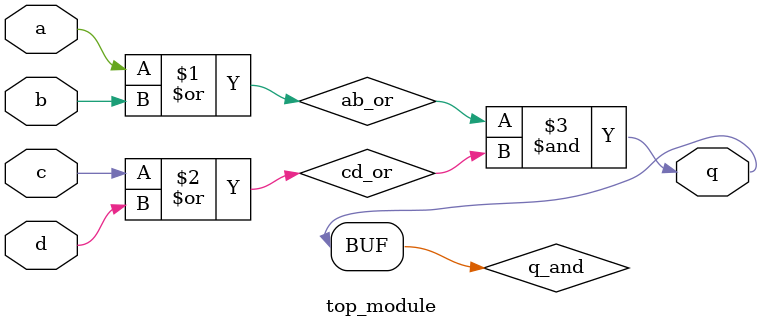
<source format=sv>
module top_module (
    input a,
    input b,
    input c,
    input d,
    output q
);

    wire ab_or, cd_or;
    wire q_and;

    // Bitwise OR of inputs a and b
    assign ab_or = a | b;

    // Bitwise OR of inputs c and d
    assign cd_or = c | d;

    // Bitwise AND of ab_or and cd_or
    assign q_and = ab_or & cd_or;

    // Assigning output q with the result of q_and
    assign q = q_and;

endmodule

</source>
